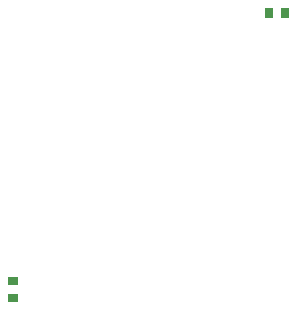
<source format=gbp>
G04*
G04 #@! TF.GenerationSoftware,Altium Limited,Altium Designer,21.9.2 (33)*
G04*
G04 Layer_Color=128*
%FSTAX24Y24*%
%MOIN*%
G70*
G04*
G04 #@! TF.SameCoordinates,42221833-7155-40BC-9F66-F4787AFC6187*
G04*
G04*
G04 #@! TF.FilePolarity,Positive*
G04*
G01*
G75*
%ADD23R,0.0374X0.0315*%
%ADD24R,0.0315X0.0374*%
D23*
X02106Y032974D02*
D03*
Y033526D02*
D03*
D24*
X030146Y04248D02*
D03*
X029594D02*
D03*
M02*

</source>
